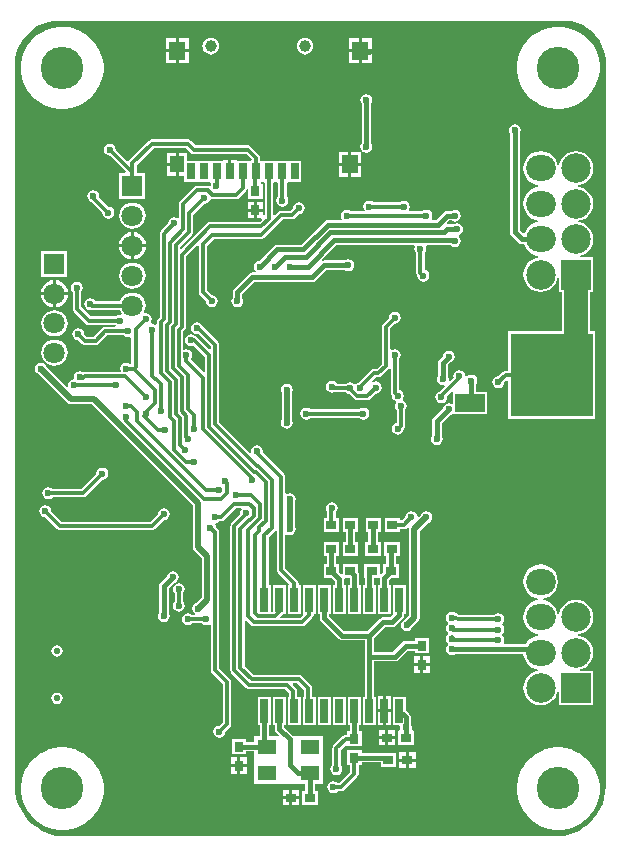
<source format=gbl>
G04 Layer_Physical_Order=2*
G04 Layer_Color=16711680*
%FSLAX25Y25*%
%MOIN*%
G70*
G01*
G75*
%ADD10R,0.03543X0.03150*%
%ADD11R,0.03150X0.03543*%
%ADD17R,0.02559X0.07874*%
%ADD20C,0.03937*%
%ADD21R,0.06299X0.04921*%
%ADD32C,0.01181*%
%ADD33C,0.01575*%
%ADD35C,0.01969*%
%ADD36C,0.07874*%
%ADD38C,0.07087*%
%ADD39R,0.07087X0.07087*%
%ADD40C,0.02165*%
%ADD41C,0.14173*%
%ADD42R,0.09843X0.09843*%
%ADD43C,0.09843*%
%ADD44O,0.09843X0.08661*%
%ADD45O,0.09843X0.08661*%
%ADD46C,0.02362*%
%ADD47R,0.09843X0.05906*%
%ADD48R,0.27559X0.27559*%
%ADD49R,0.05512X0.06299*%
%ADD50R,0.02756X0.05512*%
%ADD51R,0.04724X0.05512*%
G36*
X382616Y468270D02*
X384362Y467804D01*
X386031Y467113D01*
X387596Y466211D01*
X389030Y465111D01*
X390308Y463833D01*
X391407Y462400D01*
X392310Y460835D01*
X393001Y459165D01*
X393467Y457419D01*
X393702Y455628D01*
X393701Y454724D01*
X393701D01*
Y454724D01*
X393701D01*
X393701Y214567D01*
X393768Y213545D01*
X393654Y211500D01*
X393295Y209484D01*
X392694Y207525D01*
X391861Y205654D01*
X390808Y203898D01*
X389550Y202281D01*
X388107Y200828D01*
X386498Y199560D01*
X384748Y198495D01*
X382882Y197650D01*
X380928Y197037D01*
X379921Y196850D01*
X379921Y196850D01*
Y196850D01*
X210630D01*
X209623Y197037D01*
X207669Y197650D01*
X205803Y198495D01*
X204053Y199560D01*
X202445Y200828D01*
X201001Y202281D01*
X199743Y203898D01*
X198690Y205654D01*
X197857Y207526D01*
X197257Y209484D01*
X196897Y211500D01*
X196783Y213545D01*
X196850Y214567D01*
X196850D01*
X196850Y452756D01*
X196786Y453724D01*
X196911Y455659D01*
X197287Y457562D01*
X197908Y459399D01*
X198764Y461140D01*
X199840Y462754D01*
X201117Y464214D01*
X202574Y465494D01*
X204186Y466573D01*
X205924Y467433D01*
X207760Y468059D01*
X209662Y468439D01*
X210630Y468504D01*
Y468504D01*
X301181Y468504D01*
X379921D01*
X380825Y468505D01*
X382616Y468270D01*
D02*
G37*
%LPC*%
G36*
X332000Y253350D02*
X329925D01*
Y251079D01*
X332000D01*
Y253350D01*
D02*
G37*
G36*
X210874Y244533D02*
X210144Y244388D01*
X209526Y243974D01*
X209112Y243356D01*
X208967Y242626D01*
X209112Y241896D01*
X209526Y241278D01*
X210144Y240864D01*
X210874Y240719D01*
X211604Y240864D01*
X212222Y241278D01*
X212636Y241896D01*
X212781Y242626D01*
X212636Y243356D01*
X212222Y243974D01*
X211604Y244388D01*
X210874Y244533D01*
D02*
G37*
G36*
X335075Y253350D02*
X333000D01*
Y251079D01*
X335075D01*
Y253350D01*
D02*
G37*
G36*
Y256622D02*
X333000D01*
Y254350D01*
X335075D01*
Y256622D01*
D02*
G37*
G36*
X332000D02*
X329925D01*
Y254350D01*
X332000D01*
Y256622D01*
D02*
G37*
G36*
X322280Y243433D02*
X320500D01*
Y238996D01*
X322280D01*
Y243433D01*
D02*
G37*
G36*
Y237996D02*
X320500D01*
Y233559D01*
X322280D01*
Y237996D01*
D02*
G37*
G36*
X319500D02*
X317721D01*
Y233559D01*
X319500D01*
Y237996D01*
D02*
G37*
G36*
X302067Y243220D02*
X297933D01*
Y233772D01*
X302067D01*
Y243220D01*
D02*
G37*
G36*
X319500Y243433D02*
X317721D01*
Y238996D01*
X319500D01*
Y243433D01*
D02*
G37*
G36*
X307067Y243220D02*
X302933D01*
Y233772D01*
X307067D01*
Y243220D01*
D02*
G37*
G36*
X311209Y302862D02*
X306091D01*
Y298138D01*
X307044D01*
Y294862D01*
X306091D01*
Y290138D01*
X311209D01*
Y294862D01*
X310255D01*
Y298138D01*
X311209D01*
Y302862D01*
D02*
G37*
G36*
X325059Y294862D02*
X319941D01*
Y290138D01*
X320544D01*
Y287362D01*
X319591D01*
Y284712D01*
X318909Y284031D01*
X318722Y284054D01*
X318409Y284205D01*
Y287362D01*
X313291D01*
Y282638D01*
X313394D01*
Y280228D01*
X312933D01*
Y270779D01*
X317067D01*
Y280228D01*
X316606D01*
Y282638D01*
X318394Y282638D01*
X318394Y282433D01*
Y280228D01*
X317933D01*
Y270779D01*
X322067D01*
Y280228D01*
X321606D01*
Y282185D01*
X322058Y282638D01*
X324709D01*
Y287362D01*
X323755D01*
Y290138D01*
X325059D01*
Y294862D01*
D02*
G37*
G36*
X318909Y302862D02*
X313791D01*
Y298138D01*
X314595D01*
Y294862D01*
X313642D01*
Y290138D01*
X318760D01*
Y294862D01*
X317806D01*
Y298138D01*
X318909D01*
Y302862D01*
D02*
G37*
G36*
X207000Y307007D02*
X206232Y306854D01*
X205581Y306419D01*
X205146Y305768D01*
X204993Y305000D01*
X205146Y304232D01*
X205581Y303581D01*
X206232Y303146D01*
X207000Y302993D01*
X207017Y302996D01*
X211006Y299007D01*
X211462Y298702D01*
X212000Y298595D01*
X242484D01*
X243022Y298702D01*
X243478Y299007D01*
X246467Y301996D01*
X246484Y301993D01*
X247252Y302146D01*
X247903Y302581D01*
X248339Y303232D01*
X248491Y304000D01*
X248339Y304768D01*
X247903Y305419D01*
X247252Y305854D01*
X246484Y306007D01*
X245716Y305854D01*
X245065Y305419D01*
X244630Y304768D01*
X244477Y304000D01*
X244480Y303983D01*
X241902Y301405D01*
X212582D01*
X209004Y304983D01*
X209007Y305000D01*
X208854Y305768D01*
X208419Y306419D01*
X207768Y306854D01*
X207000Y307007D01*
D02*
G37*
G36*
X302500Y308007D02*
X301732Y307854D01*
X301081Y307419D01*
X300646Y306768D01*
X300493Y306000D01*
X300646Y305232D01*
X300945Y304783D01*
Y302862D01*
X299791D01*
Y298138D01*
X304909D01*
Y302862D01*
X303755D01*
Y304471D01*
X303919Y304581D01*
X304354Y305232D01*
X304507Y306000D01*
X304354Y306768D01*
X303919Y307419D01*
X303268Y307854D01*
X302500Y308007D01*
D02*
G37*
G36*
X251500Y281007D02*
X250732Y280854D01*
X250081Y280419D01*
X249646Y279768D01*
X249493Y279000D01*
X249646Y278232D01*
X250081Y277581D01*
X250095Y277571D01*
Y274929D01*
X250081Y274919D01*
X249646Y274268D01*
X249493Y273500D01*
X249646Y272732D01*
X250081Y272081D01*
X250732Y271646D01*
X251500Y271493D01*
X252268Y271646D01*
X252919Y272081D01*
X253354Y272732D01*
X253507Y273500D01*
X253354Y274268D01*
X252919Y274919D01*
X252905Y274929D01*
Y277571D01*
X252919Y277581D01*
X253354Y278232D01*
X253507Y279000D01*
X253354Y279768D01*
X252919Y280419D01*
X252268Y280854D01*
X251500Y281007D01*
D02*
G37*
G36*
X372047Y287254D02*
X370557Y287058D01*
X369168Y286483D01*
X367976Y285567D01*
X367061Y284375D01*
X366486Y282986D01*
X366289Y281496D01*
X366486Y280006D01*
X367061Y278617D01*
X367976Y277425D01*
X369168Y276510D01*
X370557Y275934D01*
X371253Y275843D01*
Y275338D01*
X370557Y275247D01*
X369168Y274672D01*
X367976Y273757D01*
X367061Y272564D01*
X366486Y271175D01*
X366289Y269685D01*
X366486Y268195D01*
X367061Y266806D01*
X367976Y265614D01*
X369168Y264699D01*
X370557Y264123D01*
X371253Y264032D01*
Y263527D01*
X370557Y263436D01*
X369168Y262860D01*
X367976Y261946D01*
X367061Y260753D01*
X367000Y260606D01*
X359966D01*
X359731Y261047D01*
X359854Y261232D01*
X360007Y262000D01*
X359854Y262768D01*
X359419Y263419D01*
X359298Y263500D01*
Y264000D01*
X359419Y264081D01*
X359854Y264732D01*
X360007Y265500D01*
X359854Y266268D01*
X359419Y266919D01*
X359298Y267000D01*
Y267500D01*
X359419Y267581D01*
X359854Y268232D01*
X360007Y269000D01*
X359854Y269768D01*
X359419Y270419D01*
X358768Y270854D01*
X358000Y271007D01*
X357232Y270854D01*
X356581Y270419D01*
X356571Y270405D01*
X345082D01*
X344993Y270493D01*
X344538Y270798D01*
X344000Y270905D01*
X343929D01*
X343919Y270919D01*
X343268Y271354D01*
X342500Y271507D01*
X341732Y271354D01*
X341081Y270919D01*
X340646Y270268D01*
X340493Y269500D01*
X340646Y268732D01*
X341081Y268081D01*
X341202Y268000D01*
Y267500D01*
X341081Y267419D01*
X340646Y266768D01*
X340493Y266000D01*
X340646Y265232D01*
X341081Y264581D01*
X341202Y264500D01*
Y264000D01*
X341081Y263919D01*
X340646Y263268D01*
X340493Y262500D01*
X340646Y261732D01*
X341081Y261081D01*
X341202Y261000D01*
Y260500D01*
X341081Y260419D01*
X340646Y259768D01*
X340493Y259000D01*
X340646Y258232D01*
X341081Y257581D01*
X341732Y257146D01*
X342500Y256993D01*
X343268Y257146D01*
X343640Y257394D01*
X366353D01*
X366486Y256384D01*
X367061Y254995D01*
X367976Y253803D01*
X369168Y252888D01*
X370557Y252312D01*
X371253Y252221D01*
Y251716D01*
X370557Y251625D01*
X369168Y251049D01*
X367976Y250134D01*
X367061Y248942D01*
X366486Y247553D01*
X366289Y246063D01*
X366486Y244573D01*
X367061Y243184D01*
X367976Y241991D01*
X369168Y241076D01*
X370557Y240501D01*
X372047Y240305D01*
X373537Y240501D01*
X374926Y241076D01*
X376119Y241991D01*
X377034Y243184D01*
X377609Y244573D01*
X377650Y244881D01*
X378150Y244849D01*
Y240354D01*
X389567D01*
Y251772D01*
X385073D01*
X385040Y252272D01*
X385349Y252312D01*
X386737Y252888D01*
X387930Y253803D01*
X388845Y254995D01*
X389420Y256384D01*
X389616Y257874D01*
X389420Y259364D01*
X388845Y260753D01*
X387930Y261946D01*
X386737Y262860D01*
X385349Y263436D01*
X384652Y263527D01*
Y264032D01*
X385349Y264123D01*
X386737Y264699D01*
X387930Y265614D01*
X388845Y266806D01*
X389420Y268195D01*
X389616Y269685D01*
X389420Y271175D01*
X388845Y272564D01*
X387930Y273757D01*
X386737Y274672D01*
X385349Y275247D01*
X383858Y275443D01*
X382368Y275247D01*
X380979Y274672D01*
X379787Y273757D01*
X378872Y272564D01*
X378296Y271175D01*
X378205Y270479D01*
X377701D01*
X377609Y271175D01*
X377034Y272564D01*
X376119Y273757D01*
X374926Y274672D01*
X373537Y275247D01*
X372842Y275338D01*
Y275843D01*
X373537Y275934D01*
X374926Y276510D01*
X376119Y277425D01*
X377034Y278617D01*
X377609Y280006D01*
X377805Y281496D01*
X377609Y282986D01*
X377034Y284375D01*
X376119Y285567D01*
X374926Y286483D01*
X373537Y287058D01*
X372047Y287254D01*
D02*
G37*
G36*
X210874Y260281D02*
X210144Y260136D01*
X209526Y259722D01*
X209112Y259104D01*
X208967Y258374D01*
X209112Y257644D01*
X209526Y257026D01*
X210144Y256612D01*
X210874Y256467D01*
X211604Y256612D01*
X212222Y257026D01*
X212636Y257644D01*
X212781Y258374D01*
X212636Y259104D01*
X212222Y259722D01*
X211604Y260136D01*
X210874Y260281D01*
D02*
G37*
G36*
X249500Y285007D02*
X248732Y284854D01*
X248081Y284419D01*
X247646Y283768D01*
X247558Y283329D01*
X245365Y281135D01*
X245017Y280614D01*
X244894Y280000D01*
X244894Y280000D01*
Y271140D01*
X244646Y270768D01*
X244493Y270000D01*
X244646Y269232D01*
X245081Y268581D01*
X245732Y268146D01*
X246500Y267993D01*
X247268Y268146D01*
X247919Y268581D01*
X248354Y269232D01*
X248507Y270000D01*
X248354Y270768D01*
X248106Y271140D01*
Y279335D01*
X249829Y281058D01*
X250268Y281146D01*
X250919Y281581D01*
X251354Y282232D01*
X251507Y283000D01*
X251354Y283768D01*
X250919Y284419D01*
X250268Y284854D01*
X249500Y285007D01*
D02*
G37*
G36*
X327067Y280228D02*
X322933D01*
Y270780D01*
X322933Y270779D01*
X322933D01*
X322644Y270415D01*
X321835Y269606D01*
X319500D01*
X318885Y269483D01*
X318365Y269135D01*
X314335Y265106D01*
X306665D01*
X301606Y270165D01*
Y270779D01*
X302067D01*
Y280228D01*
X297933D01*
Y270779D01*
X298394D01*
Y269500D01*
X298394Y269500D01*
X298517Y268885D01*
X298865Y268365D01*
X304865Y262365D01*
X305385Y262017D01*
X306000Y261894D01*
X313394D01*
Y256500D01*
Y243220D01*
X312933D01*
Y233772D01*
X317067D01*
Y243220D01*
X316606D01*
Y254894D01*
X323500D01*
X323500Y254894D01*
X324114Y255017D01*
X324635Y255365D01*
X327815Y258544D01*
X330138D01*
Y257591D01*
X334862D01*
Y262709D01*
X330138D01*
Y261755D01*
X327150D01*
X327150Y261755D01*
X326535Y261633D01*
X326014Y261285D01*
X326014Y261285D01*
X322835Y258106D01*
X316606D01*
Y262835D01*
X320165Y266394D01*
X322500D01*
X322500Y266394D01*
X323114Y266517D01*
X323635Y266865D01*
X326135Y269365D01*
X326135Y269365D01*
X326483Y269885D01*
X326606Y270500D01*
Y270779D01*
X327067D01*
Y280228D01*
D02*
G37*
G36*
X304909Y294862D02*
X299791D01*
Y290138D01*
X300745D01*
Y287362D01*
X299791D01*
Y282638D01*
X302442D01*
X303394Y281685D01*
Y280228D01*
X302933D01*
Y270779D01*
X307067D01*
Y280228D01*
X306606D01*
Y282350D01*
X306841Y282638D01*
X308394D01*
Y280228D01*
X307933D01*
Y270779D01*
X312067D01*
Y280228D01*
X311606D01*
Y283649D01*
X311606Y283650D01*
X311483Y284264D01*
X311209Y284675D01*
Y287362D01*
X306091D01*
Y284184D01*
X305629Y283993D01*
X304909Y284712D01*
Y287362D01*
X303956D01*
Y290138D01*
X304909D01*
Y294862D01*
D02*
G37*
G36*
X274075Y219701D02*
X272000D01*
Y217429D01*
X274075D01*
Y219701D01*
D02*
G37*
G36*
X271000D02*
X268925D01*
Y217429D01*
X271000D01*
Y219701D01*
D02*
G37*
G36*
X327150Y221500D02*
X324878D01*
Y219425D01*
X327150D01*
Y221500D01*
D02*
G37*
G36*
X312362Y225409D02*
X307638D01*
Y220291D01*
X308595D01*
Y218082D01*
X304918Y214405D01*
X304429D01*
X304419Y214419D01*
X303768Y214854D01*
X303000Y215007D01*
X302232Y214854D01*
X301581Y214419D01*
X301146Y213768D01*
X300993Y213000D01*
X301146Y212232D01*
X301581Y211581D01*
X302232Y211146D01*
X303000Y210993D01*
X303768Y211146D01*
X304419Y211581D01*
X304429Y211595D01*
X305500D01*
X306038Y211702D01*
X306493Y212007D01*
X310993Y216507D01*
X311298Y216962D01*
X311405Y217500D01*
X311405Y217500D01*
Y220291D01*
X312362D01*
Y221245D01*
X318791D01*
Y219638D01*
X323909D01*
Y224362D01*
X320972D01*
X320500Y224456D01*
X320500Y224456D01*
X312362D01*
Y225409D01*
D02*
G37*
G36*
X330421Y221500D02*
X328150D01*
Y219425D01*
X330421D01*
Y221500D01*
D02*
G37*
G36*
X291622Y212075D02*
X289350D01*
Y210000D01*
X291622D01*
Y212075D01*
D02*
G37*
G36*
X377953Y226378D02*
X377056Y226357D01*
X375282Y226087D01*
X373556Y225595D01*
X371906Y224888D01*
X370359Y223979D01*
X368940Y222881D01*
X367671Y221611D01*
X366572Y220192D01*
X365663Y218645D01*
X364956Y216996D01*
X364464Y215270D01*
X364195Y213495D01*
X364173Y212598D01*
Y211514D01*
X364512Y209372D01*
X365183Y207309D01*
X366167Y205376D01*
X367442Y203622D01*
X368976Y202088D01*
X370731Y200813D01*
X372663Y199828D01*
X374726Y199158D01*
X376868Y198819D01*
X379037D01*
X381179Y199158D01*
X383242Y199828D01*
X385175Y200813D01*
X386929Y202088D01*
X388463Y203622D01*
X389738Y205376D01*
X390723Y207309D01*
X391393Y209372D01*
X391732Y211514D01*
Y212598D01*
X391732Y212598D01*
X391732Y212598D01*
X391711Y213495D01*
X391441Y215270D01*
X390949Y216996D01*
X390243Y218645D01*
X389333Y220192D01*
X388235Y221611D01*
X386966Y222881D01*
X385546Y223979D01*
X383999Y224888D01*
X382350Y225595D01*
X380624Y226087D01*
X378850Y226357D01*
X377953Y226378D01*
D02*
G37*
G36*
X212598D02*
X211701Y226357D01*
X209927Y226087D01*
X208201Y225595D01*
X206552Y224888D01*
X205005Y223979D01*
X203585Y222881D01*
X202316Y221611D01*
X201218Y220192D01*
X200308Y218645D01*
X199602Y216996D01*
X199110Y215270D01*
X198840Y213495D01*
X198819Y212598D01*
Y211514D01*
X199158Y209372D01*
X199828Y207309D01*
X200813Y205376D01*
X202088Y203622D01*
X203622Y202088D01*
X205376Y200813D01*
X207309Y199828D01*
X209372Y199158D01*
X211514Y198819D01*
X213683D01*
X215825Y199158D01*
X217888Y199828D01*
X219820Y200813D01*
X221575Y202088D01*
X223109Y203622D01*
X224384Y205376D01*
X225368Y207309D01*
X226039Y209372D01*
X226378Y211514D01*
X226378Y212598D01*
X226357Y213495D01*
X226087Y215270D01*
X225595Y216996D01*
X224888Y218645D01*
X223979Y220192D01*
X222881Y221611D01*
X221611Y222881D01*
X220192Y223979D01*
X218645Y224888D01*
X216996Y225595D01*
X215270Y226087D01*
X213495Y226357D01*
X212598Y226378D01*
D02*
G37*
G36*
X288350Y209000D02*
X286079D01*
Y206925D01*
X288350D01*
Y209000D01*
D02*
G37*
G36*
Y212075D02*
X286079D01*
Y210000D01*
X288350D01*
Y212075D01*
D02*
G37*
G36*
X291622Y209000D02*
X289350D01*
Y206925D01*
X291622D01*
Y209000D01*
D02*
G37*
G36*
X327067Y243220D02*
X322933D01*
Y233772D01*
X324801D01*
X325212Y233272D01*
X325143Y232925D01*
X325255Y232362D01*
X324937Y231862D01*
X324591D01*
Y227138D01*
X329709D01*
Y231862D01*
X329362D01*
X329045Y232362D01*
X329157Y232925D01*
X329004Y233693D01*
X328755Y234065D01*
Y236350D01*
X328755Y236350D01*
X328633Y236965D01*
X328285Y237486D01*
X328285Y237486D01*
X327067Y238704D01*
Y243220D01*
D02*
G37*
G36*
X323622Y229000D02*
X321350D01*
Y226925D01*
X323622D01*
Y229000D01*
D02*
G37*
G36*
X320350Y232075D02*
X318079D01*
Y230000D01*
X320350D01*
Y232075D01*
D02*
G37*
G36*
X287067Y243220D02*
X282933D01*
Y233772D01*
X283394D01*
Y232500D01*
X283394Y232500D01*
X283517Y231886D01*
X283865Y231365D01*
X284767Y230462D01*
X284576Y230000D01*
X281606D01*
Y233772D01*
X282067D01*
Y243220D01*
X277933D01*
Y233772D01*
X278394D01*
Y230000D01*
X276500D01*
Y228106D01*
X273862D01*
Y229059D01*
X269138D01*
Y223941D01*
X273862D01*
Y224894D01*
X276500D01*
Y214000D01*
X293678D01*
Y211862D01*
X292591D01*
Y207138D01*
X297709D01*
Y211862D01*
X296889D01*
Y214000D01*
X299500D01*
Y230000D01*
X289726D01*
X289635Y230135D01*
X289635Y230135D01*
X286606Y233165D01*
Y233772D01*
X287067D01*
Y243220D01*
D02*
G37*
G36*
X323622Y232075D02*
X321350D01*
Y230000D01*
X323622D01*
Y232075D01*
D02*
G37*
G36*
X320350Y229000D02*
X318079D01*
Y226925D01*
X320350D01*
Y229000D01*
D02*
G37*
G36*
X274075Y222972D02*
X272000D01*
Y220701D01*
X274075D01*
Y222972D01*
D02*
G37*
G36*
X271000D02*
X268925D01*
Y220701D01*
X271000D01*
Y222972D01*
D02*
G37*
G36*
X327150Y224575D02*
X324878D01*
Y222500D01*
X327150D01*
Y224575D01*
D02*
G37*
G36*
X312067Y243220D02*
X307933D01*
Y233772D01*
X308394D01*
Y231709D01*
X307638D01*
Y230555D01*
X307150D01*
X306612Y230448D01*
X306156Y230143D01*
X303007Y226993D01*
X302702Y226538D01*
X302595Y226000D01*
Y220429D01*
X302581Y220419D01*
X302146Y219768D01*
X301993Y219000D01*
X302146Y218232D01*
X302581Y217581D01*
X303232Y217146D01*
X304000Y216993D01*
X304768Y217146D01*
X305419Y217581D01*
X305854Y218232D01*
X306007Y219000D01*
X305854Y219768D01*
X305419Y220419D01*
X305405Y220429D01*
Y225418D01*
X307176Y227189D01*
X307638Y226998D01*
Y226591D01*
X312362D01*
Y231709D01*
X311606D01*
Y233772D01*
X312067D01*
Y243220D01*
D02*
G37*
G36*
X330421Y224575D02*
X328150D01*
Y222500D01*
X330421D01*
Y224575D01*
D02*
G37*
G36*
X250480Y420130D02*
X247618D01*
Y416874D01*
X250480D01*
Y420130D01*
D02*
G37*
G36*
X312216D02*
X308961D01*
Y416480D01*
X312216D01*
Y420130D01*
D02*
G37*
G36*
X250480Y424386D02*
X247618D01*
Y421130D01*
X250480D01*
Y424386D01*
D02*
G37*
G36*
X254500Y428905D02*
X242500D01*
X241962Y428798D01*
X241507Y428493D01*
X235007Y421993D01*
X234884Y421810D01*
X234267Y421720D01*
X230504Y425483D01*
X230507Y425500D01*
X230354Y426268D01*
X229919Y426919D01*
X229268Y427354D01*
X228500Y427507D01*
X227732Y427354D01*
X227081Y426919D01*
X226646Y426268D01*
X226493Y425500D01*
X226646Y424732D01*
X227081Y424081D01*
X227732Y423646D01*
X228500Y423493D01*
X228517Y423496D01*
X233720Y418293D01*
X233529Y417831D01*
X231669D01*
Y409169D01*
X240331D01*
Y417831D01*
X237405D01*
Y420418D01*
X243082Y426095D01*
X253918D01*
X255507Y424507D01*
X255962Y424202D01*
X256500Y424095D01*
X273918D01*
X275702Y422311D01*
X275625Y421811D01*
X274996Y421811D01*
X274496Y421811D01*
X270878D01*
Y422024D01*
X269000D01*
Y418268D01*
X268000D01*
Y422024D01*
X266122D01*
Y421811D01*
X262504D01*
X262004Y421811D01*
X261504Y421811D01*
X258173D01*
X257673Y421811D01*
X257173Y421811D01*
X254343D01*
Y424386D01*
X251480D01*
Y420630D01*
Y416874D01*
X253343D01*
Y414724D01*
X257173D01*
X257673Y414724D01*
X258173Y414724D01*
X261849Y414724D01*
X262122Y414342D01*
X262137Y414224D01*
X262027Y413671D01*
X261785Y413494D01*
X261614Y413402D01*
X261508Y413375D01*
X261060Y413464D01*
X257559D01*
X257021Y413357D01*
X256566Y413053D01*
X251975Y408462D01*
X251671Y408006D01*
X251564Y407469D01*
Y402924D01*
X251063Y402657D01*
X250768Y402854D01*
X250000Y403007D01*
X249232Y402854D01*
X248581Y402419D01*
X248146Y401768D01*
X247993Y401000D01*
X247996Y400983D01*
X245507Y398493D01*
X245202Y398038D01*
X245095Y397500D01*
Y369582D01*
X244507Y368993D01*
X244202Y368538D01*
X244095Y368000D01*
Y367403D01*
X243595Y367136D01*
X243268Y367354D01*
X242500Y367507D01*
X242467Y367500D01*
X242166Y367951D01*
X242354Y368232D01*
X242507Y369000D01*
X242354Y369768D01*
X241919Y370419D01*
X241268Y370854D01*
X240500Y371007D01*
X240118Y370931D01*
X239912Y371168D01*
X239809Y371379D01*
X240219Y372370D01*
X240368Y373500D01*
X240219Y374630D01*
X239783Y375684D01*
X239089Y376589D01*
X238184Y377283D01*
X237130Y377719D01*
X236000Y377868D01*
X234870Y377719D01*
X233816Y377283D01*
X232911Y376589D01*
X232217Y375684D01*
X231894Y374905D01*
X223763D01*
X223419Y375419D01*
X222768Y375854D01*
X222000Y376007D01*
X221232Y375854D01*
X220581Y375419D01*
X220146Y374768D01*
X219993Y374000D01*
X220146Y373232D01*
X220581Y372581D01*
X221232Y372146D01*
X222000Y371993D01*
X222513Y372095D01*
X231894D01*
X232217Y371316D01*
X232527Y370912D01*
X232245Y370458D01*
X232000Y370507D01*
X231232Y370354D01*
X230581Y369919D01*
X230571Y369905D01*
X222082D01*
X218905Y373082D01*
Y378071D01*
X218919Y378081D01*
X219354Y378732D01*
X219507Y379500D01*
X219354Y380268D01*
X218919Y380919D01*
X218268Y381354D01*
X217500Y381507D01*
X216732Y381354D01*
X216081Y380919D01*
X215646Y380268D01*
X215493Y379500D01*
X215646Y378732D01*
X216081Y378081D01*
X216095Y378071D01*
Y372500D01*
X216202Y371962D01*
X216507Y371507D01*
X220507Y367507D01*
X220962Y367202D01*
X221500Y367095D01*
X230402D01*
X230573Y366905D01*
X230350Y366405D01*
X227000D01*
X226462Y366298D01*
X226007Y365993D01*
X223168Y363155D01*
X220832D01*
X220004Y363983D01*
X220007Y364000D01*
X219854Y364768D01*
X219419Y365419D01*
X218768Y365854D01*
X218000Y366007D01*
X217232Y365854D01*
X216581Y365419D01*
X216146Y364768D01*
X215993Y364000D01*
X216146Y363232D01*
X216581Y362581D01*
X217232Y362146D01*
X218000Y361993D01*
X218017Y361996D01*
X219257Y360757D01*
X219712Y360452D01*
X220250Y360345D01*
X223750D01*
X224288Y360452D01*
X224743Y360757D01*
X227582Y363595D01*
X233071D01*
X233081Y363581D01*
X233732Y363146D01*
X234500Y362993D01*
X235154Y363123D01*
X235654Y362848D01*
Y354364D01*
X235154Y354096D01*
X234768Y354354D01*
X234000Y354507D01*
X233232Y354354D01*
X232581Y353919D01*
X232146Y353268D01*
X231993Y352500D01*
X232123Y351846D01*
X231848Y351346D01*
X220059D01*
X219521Y351239D01*
X219496Y351222D01*
X219209Y351413D01*
X218441Y351566D01*
X217673Y351413D01*
X217022Y350978D01*
X216587Y350327D01*
X216434Y349559D01*
X216448Y349488D01*
X216052Y348918D01*
X215732Y348854D01*
X215081Y348419D01*
X214646Y347768D01*
X214493Y347000D01*
X214550Y346711D01*
X214089Y346465D01*
X207371Y353184D01*
X207354Y353268D01*
X206919Y353919D01*
X206268Y354354D01*
X205500Y354507D01*
X204732Y354354D01*
X204081Y353919D01*
X203646Y353268D01*
X203493Y352500D01*
X203646Y351732D01*
X204081Y351081D01*
X204732Y350646D01*
X204817Y350629D01*
X214223Y341223D01*
X214809Y340831D01*
X215500Y340694D01*
X222411D01*
X256194Y306911D01*
Y293000D01*
X256331Y292309D01*
X256723Y291723D01*
X259194Y289252D01*
Y276248D01*
X257316Y274371D01*
X257232Y274354D01*
X256581Y273919D01*
X256146Y273268D01*
X255993Y272500D01*
X256146Y271732D01*
X256581Y271081D01*
X256844Y270905D01*
X256692Y270405D01*
X255929D01*
X255919Y270419D01*
X255268Y270854D01*
X254500Y271007D01*
X253732Y270854D01*
X253081Y270419D01*
X252646Y269768D01*
X252493Y269000D01*
X252646Y268232D01*
X253081Y267581D01*
X253732Y267146D01*
X254500Y266993D01*
X255268Y267146D01*
X255919Y267581D01*
X255929Y267595D01*
X259071D01*
X259081Y267581D01*
X259732Y267146D01*
X260500Y266993D01*
X261268Y267146D01*
X261595Y267364D01*
X262095Y267097D01*
Y252000D01*
X262202Y251462D01*
X262507Y251007D01*
X266095Y247418D01*
Y234582D01*
X265017Y233504D01*
X265000Y233507D01*
X264232Y233354D01*
X263581Y232919D01*
X263146Y232268D01*
X262993Y231500D01*
X263146Y230732D01*
X263581Y230081D01*
X264232Y229646D01*
X265000Y229493D01*
X265768Y229646D01*
X266419Y230081D01*
X266854Y230732D01*
X267007Y231500D01*
X267004Y231517D01*
X268493Y233007D01*
X268798Y233462D01*
X268905Y234000D01*
Y248000D01*
X268798Y248538D01*
X268493Y248993D01*
X264905Y252582D01*
Y298000D01*
X264798Y298538D01*
X264493Y298993D01*
X264004Y299483D01*
X264007Y299500D01*
X263854Y300268D01*
X263686Y300520D01*
X263916Y301076D01*
X264268Y301146D01*
X264919Y301581D01*
X264929Y301595D01*
X265500D01*
X266038Y301702D01*
X266493Y302007D01*
X270582Y306095D01*
X272097D01*
X272364Y305595D01*
X272146Y305268D01*
X271993Y304500D01*
X272079Y304066D01*
X269007Y300993D01*
X268702Y300538D01*
X268595Y300000D01*
Y252000D01*
X268702Y251462D01*
X269007Y251007D01*
X274007Y246007D01*
X274462Y245702D01*
X275000Y245595D01*
X286918D01*
X288095Y244418D01*
Y243220D01*
X287933D01*
Y233772D01*
X292067D01*
Y243220D01*
X290905D01*
Y245000D01*
X290798Y245538D01*
X290493Y245993D01*
X289385Y247102D01*
X289577Y247564D01*
X290950D01*
X293095Y245418D01*
Y243220D01*
X292933D01*
Y233772D01*
X297067D01*
Y243220D01*
X295905D01*
Y246000D01*
X295798Y246538D01*
X295493Y246993D01*
X292525Y249962D01*
X292069Y250267D01*
X291531Y250374D01*
X276397D01*
X273374Y253397D01*
Y268432D01*
X273873Y268640D01*
X275507Y267007D01*
X275962Y266702D01*
X276500Y266595D01*
X292500D01*
X293038Y266702D01*
X293493Y267007D01*
X295993Y269507D01*
X296298Y269962D01*
X296405Y270500D01*
Y270779D01*
X297067D01*
Y280228D01*
X292933D01*
Y270779D01*
X292933D01*
X293038Y270525D01*
X291918Y269405D01*
X285545D01*
X285354Y269867D01*
X285993Y270507D01*
X286176Y270779D01*
X287067D01*
Y280228D01*
X282933D01*
Y271420D01*
X282918Y271405D01*
X282067D01*
Y280228D01*
X281405D01*
Y296418D01*
X283493Y298507D01*
X283595Y298659D01*
X284095Y298507D01*
Y285500D01*
X284202Y284962D01*
X284507Y284507D01*
X288285Y280728D01*
X288078Y280228D01*
X287933D01*
Y270779D01*
X292067D01*
Y280228D01*
X291405D01*
Y281000D01*
X291298Y281538D01*
X290993Y281993D01*
X286905Y286082D01*
Y297097D01*
X287405Y297364D01*
X287732Y297146D01*
X288500Y296993D01*
X289268Y297146D01*
X289919Y297581D01*
X290354Y298232D01*
X290507Y299000D01*
X290354Y299768D01*
X290306Y299840D01*
Y308160D01*
X290354Y308232D01*
X290507Y309000D01*
X290354Y309768D01*
X289919Y310419D01*
X289268Y310854D01*
X288500Y311007D01*
X287732Y310854D01*
X287405Y310636D01*
X286905Y310903D01*
Y316500D01*
X286798Y317038D01*
X286493Y317493D01*
X279421Y324566D01*
X279507Y325000D01*
X279354Y325768D01*
X278919Y326419D01*
X278268Y326854D01*
X277500Y327007D01*
X276732Y326854D01*
X276081Y326419D01*
X275646Y325768D01*
X275493Y325000D01*
X275567Y324627D01*
X275106Y324380D01*
X264905Y334582D01*
Y360500D01*
X264798Y361038D01*
X264493Y361493D01*
X259388Y366599D01*
X259354Y366768D01*
X258919Y367419D01*
X258268Y367854D01*
X257500Y368007D01*
X256732Y367854D01*
X256081Y367419D01*
X255646Y366768D01*
X255493Y366000D01*
X255646Y365232D01*
X256081Y364581D01*
X256732Y364146D01*
X257500Y363993D01*
X257934Y364079D01*
X262095Y359918D01*
Y359045D01*
X261633Y358854D01*
X257493Y362993D01*
X257038Y363298D01*
X256995Y363307D01*
X256919Y363419D01*
X256268Y363854D01*
X255500Y364007D01*
X254732Y363854D01*
X254081Y363419D01*
X253646Y362768D01*
X253493Y362000D01*
X253646Y361232D01*
X254081Y360581D01*
X254732Y360146D01*
X255500Y359993D01*
X256268Y360146D01*
X256328Y360186D01*
X260126Y356386D01*
Y351514D01*
X259665Y351322D01*
X255418Y355569D01*
X255419Y355581D01*
X255854Y356232D01*
X256007Y357000D01*
X255854Y357768D01*
X255419Y358419D01*
X254768Y358854D01*
X254000Y359007D01*
X253310Y358870D01*
X252810Y359103D01*
Y364972D01*
X253399Y365560D01*
X253703Y366016D01*
X253810Y366554D01*
Y366842D01*
X253842Y367000D01*
Y389855D01*
X257595Y393608D01*
X258095Y393401D01*
Y378000D01*
X258202Y377462D01*
X258507Y377007D01*
X260496Y375017D01*
X260493Y375000D01*
X260646Y374232D01*
X261081Y373581D01*
X261732Y373146D01*
X262500Y372993D01*
X263268Y373146D01*
X263919Y373581D01*
X264354Y374232D01*
X264507Y375000D01*
X264354Y375768D01*
X263919Y376419D01*
X263268Y376854D01*
X262500Y377007D01*
X262483Y377004D01*
X260905Y378582D01*
Y393418D01*
X263082Y395595D01*
X278784D01*
X279322Y395702D01*
X279777Y396007D01*
X286116Y402345D01*
X289250D01*
X289788Y402452D01*
X290243Y402757D01*
X291483Y403996D01*
X291500Y403993D01*
X292268Y404146D01*
X292919Y404581D01*
X293354Y405232D01*
X293507Y406000D01*
X293354Y406768D01*
X292919Y407419D01*
X292268Y407854D01*
X291500Y408007D01*
X290732Y407854D01*
X290081Y407419D01*
X289646Y406768D01*
X289493Y406000D01*
X289496Y405983D01*
X288668Y405155D01*
X285534D01*
X284996Y405048D01*
X284540Y404743D01*
X283359Y403562D01*
X282897Y403753D01*
Y414371D01*
X283251Y414724D01*
X283658Y414724D01*
X284242Y414724D01*
X284595Y414371D01*
Y409929D01*
X284581Y409919D01*
X284146Y409268D01*
X283993Y408500D01*
X284146Y407732D01*
X284581Y407081D01*
X285232Y406646D01*
X286000Y406493D01*
X286768Y406646D01*
X287419Y407081D01*
X287854Y407732D01*
X288007Y408500D01*
X287854Y409268D01*
X287419Y409919D01*
X287405Y409929D01*
Y414371D01*
X287758Y414724D01*
X287988D01*
X288488Y414724D01*
X292319D01*
Y421811D01*
X288488D01*
X287988Y421811D01*
X287488Y421811D01*
X284157D01*
X283658Y421811D01*
X283157Y421811D01*
X279827D01*
X279327Y421811D01*
X278920Y421811D01*
X278566Y422165D01*
Y422839D01*
X278459Y423376D01*
X278155Y423832D01*
X275493Y426494D01*
X275038Y426798D01*
X274500Y426905D01*
X257082D01*
X255493Y428493D01*
X255038Y428798D01*
X254500Y428905D01*
D02*
G37*
G36*
X307961Y424780D02*
X304705D01*
Y421130D01*
X307961D01*
Y424780D01*
D02*
G37*
G36*
X315760Y462575D02*
X312504D01*
Y458925D01*
X315760D01*
Y462575D01*
D02*
G37*
G36*
X254736D02*
X251480D01*
Y458925D01*
X254736D01*
Y462575D01*
D02*
G37*
G36*
X311504D02*
X308248D01*
Y458925D01*
X311504D01*
Y462575D01*
D02*
G37*
G36*
X307961Y420130D02*
X304705D01*
Y416480D01*
X307961D01*
Y420130D01*
D02*
G37*
G36*
X326500Y408507D02*
X325732Y408354D01*
X325081Y407919D01*
X325071Y407905D01*
X316429D01*
X316419Y407919D01*
X315768Y408354D01*
X315000Y408507D01*
X314232Y408354D01*
X313581Y407919D01*
X313146Y407268D01*
X312993Y406500D01*
X313146Y405732D01*
X313364Y405405D01*
X313097Y404905D01*
X308929D01*
X308919Y404919D01*
X308268Y405354D01*
X307500Y405507D01*
X306732Y405354D01*
X306081Y404919D01*
X305646Y404268D01*
X305493Y403500D01*
X305646Y402732D01*
X305769Y402547D01*
X305534Y402106D01*
X301159D01*
X300545Y401983D01*
X300024Y401635D01*
X300024Y401635D01*
X292244Y393856D01*
X284250D01*
X284250Y393856D01*
X283635Y393733D01*
X283115Y393385D01*
X283115Y393385D01*
X278171Y388442D01*
X277732Y388354D01*
X277081Y387919D01*
X276646Y387268D01*
X276493Y386500D01*
X276646Y385732D01*
X277064Y385106D01*
X277035Y384966D01*
X276892Y384606D01*
X276000D01*
X275385Y384483D01*
X274865Y384135D01*
X274865Y384135D01*
X269865Y379135D01*
X269517Y378614D01*
X269394Y378000D01*
X269394Y378000D01*
Y376140D01*
X269146Y375768D01*
X268993Y375000D01*
X269146Y374232D01*
X269581Y373581D01*
X270232Y373146D01*
X271000Y372993D01*
X271768Y373146D01*
X272419Y373581D01*
X272854Y374232D01*
X273007Y375000D01*
X272854Y375768D01*
X272606Y376140D01*
Y377335D01*
X276665Y381394D01*
X296000D01*
X296000Y381394D01*
X296615Y381517D01*
X297135Y381865D01*
X300665Y385394D01*
X306860D01*
X307232Y385146D01*
X308000Y384993D01*
X308768Y385146D01*
X309419Y385581D01*
X309854Y386232D01*
X310007Y387000D01*
X309854Y387768D01*
X309419Y388419D01*
X308768Y388854D01*
X308000Y389007D01*
X307232Y388854D01*
X306860Y388606D01*
X300000D01*
X299480Y388502D01*
X299249Y388776D01*
X299185Y388915D01*
X303921Y393650D01*
X329845D01*
X330122Y393150D01*
X329993Y392500D01*
X330146Y391732D01*
X330581Y391081D01*
X330595Y391071D01*
Y384500D01*
X330702Y383962D01*
X330997Y383521D01*
X330993Y383500D01*
X331146Y382732D01*
X331581Y382081D01*
X332232Y381646D01*
X333000Y381493D01*
X333768Y381646D01*
X334419Y382081D01*
X334854Y382732D01*
X335007Y383500D01*
X334854Y384268D01*
X334419Y384919D01*
X333768Y385354D01*
X333405Y385426D01*
Y391071D01*
X333419Y391081D01*
X333854Y391732D01*
X334007Y392500D01*
X333878Y393150D01*
X334155Y393650D01*
X342034D01*
X342081Y393581D01*
X342732Y393146D01*
X343500Y392993D01*
X344268Y393146D01*
X344919Y393581D01*
X345354Y394232D01*
X345507Y395000D01*
X345354Y395768D01*
X344919Y396419D01*
X344692Y396571D01*
X344798Y397102D01*
X345018Y397146D01*
X345669Y397581D01*
X346104Y398232D01*
X346257Y399000D01*
X346104Y399768D01*
X345669Y400419D01*
X345018Y400854D01*
X344250Y401007D01*
X343482Y400854D01*
X343110Y400606D01*
X341084D01*
X340941Y400805D01*
X340858Y401087D01*
X341665Y401894D01*
X342360D01*
X342732Y401646D01*
X343500Y401493D01*
X344268Y401646D01*
X344919Y402081D01*
X345354Y402732D01*
X345507Y403500D01*
X345354Y404268D01*
X344919Y404919D01*
X344268Y405354D01*
X343500Y405507D01*
X342732Y405354D01*
X342360Y405106D01*
X341000D01*
X341000Y405106D01*
X340386Y404983D01*
X339865Y404635D01*
X337335Y402106D01*
X335966D01*
X335731Y402547D01*
X335854Y402732D01*
X336007Y403500D01*
X335854Y404268D01*
X335419Y404919D01*
X334768Y405354D01*
X334000Y405507D01*
X333232Y405354D01*
X332581Y404919D01*
X332571Y404905D01*
X328403D01*
X328136Y405405D01*
X328354Y405732D01*
X328507Y406500D01*
X328354Y407268D01*
X327919Y407919D01*
X327268Y408354D01*
X326500Y408507D01*
D02*
G37*
G36*
X315760Y457925D02*
X312504D01*
Y454276D01*
X315760D01*
Y457925D01*
D02*
G37*
G36*
X311504D02*
X308248D01*
Y454276D01*
X311504D01*
Y457925D01*
D02*
G37*
G36*
X262083Y462780D02*
X261363Y462685D01*
X260693Y462407D01*
X260117Y461966D01*
X259675Y461390D01*
X259398Y460719D01*
X259303Y460000D01*
X259398Y459281D01*
X259675Y458610D01*
X260117Y458035D01*
X260693Y457593D01*
X261363Y457315D01*
X262083Y457220D01*
X262802Y457315D01*
X263473Y457593D01*
X264048Y458035D01*
X264490Y458610D01*
X264768Y459281D01*
X264862Y460000D01*
X264768Y460719D01*
X264490Y461390D01*
X264048Y461966D01*
X263473Y462407D01*
X262802Y462685D01*
X262083Y462780D01*
D02*
G37*
G36*
X250480Y462575D02*
X247224D01*
Y458925D01*
X250480D01*
Y462575D01*
D02*
G37*
G36*
X293500Y462780D02*
X292781Y462685D01*
X292110Y462407D01*
X291534Y461966D01*
X291093Y461390D01*
X290815Y460719D01*
X290720Y460000D01*
X290815Y459281D01*
X291093Y458610D01*
X291534Y458035D01*
X292110Y457593D01*
X292781Y457315D01*
X293500Y457220D01*
X294219Y457315D01*
X294890Y457593D01*
X295465Y458035D01*
X295907Y458610D01*
X296185Y459281D01*
X296280Y460000D01*
X296185Y460719D01*
X295907Y461390D01*
X295465Y461966D01*
X294890Y462407D01*
X294219Y462685D01*
X293500Y462780D01*
D02*
G37*
G36*
X212598Y466535D02*
X212598Y466535D01*
X211514D01*
X209372Y466196D01*
X207309Y465526D01*
X205376Y464541D01*
X203622Y463266D01*
X202088Y461733D01*
X200813Y459978D01*
X199828Y458045D01*
X199158Y455983D01*
X198819Y453840D01*
Y451671D01*
X199158Y449529D01*
X199828Y447466D01*
X200813Y445534D01*
X202088Y443779D01*
X203622Y442245D01*
X205376Y440971D01*
X207309Y439986D01*
X209372Y439316D01*
X211514Y438976D01*
X212598D01*
X213495Y438998D01*
X215270Y439267D01*
X216996Y439759D01*
X218645Y440466D01*
X220192Y441376D01*
X221611Y442474D01*
X222881Y443743D01*
X223979Y445162D01*
X224888Y446709D01*
X225595Y448359D01*
X226087Y450085D01*
X226357Y451859D01*
X226378Y452756D01*
X226357Y453653D01*
X226087Y455427D01*
X225595Y457153D01*
X224888Y458803D01*
X223979Y460350D01*
X222881Y461769D01*
X221611Y463038D01*
X220192Y464136D01*
X218645Y465046D01*
X216996Y465752D01*
X215270Y466244D01*
X213495Y466514D01*
X212598Y466535D01*
X212598Y466535D01*
D02*
G37*
G36*
X314000Y444007D02*
X313232Y443854D01*
X312581Y443419D01*
X312146Y442768D01*
X311993Y442000D01*
X312146Y441232D01*
X312394Y440860D01*
Y427640D01*
X312146Y427268D01*
X311993Y426500D01*
X312146Y425732D01*
X312537Y425147D01*
X312200Y424780D01*
X311727Y424780D01*
X311727Y424780D01*
X311721Y424780D01*
X308961D01*
Y421130D01*
X312216D01*
Y424282D01*
X312217Y424769D01*
X312581Y425081D01*
X313232Y424646D01*
X314000Y424493D01*
X314768Y424646D01*
X315419Y425081D01*
X315854Y425732D01*
X316007Y426500D01*
X315854Y427268D01*
X315606Y427640D01*
Y440860D01*
X315854Y441232D01*
X316007Y442000D01*
X315854Y442768D01*
X315419Y443419D01*
X314768Y443854D01*
X314000Y444007D01*
D02*
G37*
G36*
X379037Y466535D02*
X376868D01*
X374726Y466196D01*
X372663Y465526D01*
X370731Y464541D01*
X368976Y463266D01*
X367442Y461733D01*
X366167Y459978D01*
X365183Y458045D01*
X364512Y455983D01*
X364173Y453840D01*
Y452756D01*
X364195Y451859D01*
X364464Y450085D01*
X364956Y448359D01*
X365663Y446709D01*
X366572Y445162D01*
X367671Y443743D01*
X368940Y442474D01*
X370359Y441376D01*
X371906Y440466D01*
X373556Y439759D01*
X375282Y439267D01*
X377056Y438998D01*
X377953Y438976D01*
X378850Y438998D01*
X380624Y439267D01*
X382350Y439759D01*
X383999Y440466D01*
X385546Y441376D01*
X386966Y442474D01*
X388235Y443743D01*
X389333Y445162D01*
X390243Y446709D01*
X390949Y448359D01*
X391441Y450085D01*
X391711Y451859D01*
X391732Y452756D01*
X391732D01*
Y453840D01*
X391393Y455983D01*
X390723Y458045D01*
X389738Y459978D01*
X388463Y461733D01*
X386929Y463266D01*
X385175Y464541D01*
X383242Y465526D01*
X381179Y466196D01*
X379037Y466535D01*
D02*
G37*
G36*
X254736Y457925D02*
X251480D01*
Y454276D01*
X254736D01*
Y457925D01*
D02*
G37*
G36*
X250480D02*
X247224D01*
Y454276D01*
X250480D01*
Y457925D01*
D02*
G37*
G36*
X223000Y412007D02*
X222232Y411854D01*
X221581Y411419D01*
X221146Y410768D01*
X220993Y410000D01*
X221146Y409232D01*
X221581Y408581D01*
X222232Y408146D01*
X222401Y408112D01*
X225996Y404517D01*
X225993Y404500D01*
X226146Y403732D01*
X226581Y403081D01*
X227232Y402646D01*
X228000Y402493D01*
X228768Y402646D01*
X229419Y403081D01*
X229854Y403732D01*
X230007Y404500D01*
X229854Y405268D01*
X229419Y405919D01*
X228768Y406354D01*
X228000Y406507D01*
X227983Y406504D01*
X224921Y409566D01*
X225007Y410000D01*
X224854Y410768D01*
X224419Y411419D01*
X223768Y411854D01*
X223000Y412007D01*
D02*
G37*
G36*
X210000Y362183D02*
X208870Y362034D01*
X207816Y361598D01*
X206911Y360904D01*
X206217Y359999D01*
X205781Y358945D01*
X205632Y357815D01*
X205781Y356684D01*
X206217Y355631D01*
X206911Y354726D01*
X207816Y354032D01*
X208870Y353596D01*
X210000Y353447D01*
X211130Y353596D01*
X212184Y354032D01*
X213089Y354726D01*
X213783Y355631D01*
X214219Y356684D01*
X214368Y357815D01*
X214219Y358945D01*
X213783Y359999D01*
X213089Y360904D01*
X212184Y361598D01*
X211130Y362034D01*
X210000Y362183D01*
D02*
G37*
G36*
X363500Y434007D02*
X362732Y433854D01*
X362081Y433419D01*
X361646Y432768D01*
X361493Y432000D01*
X361646Y431232D01*
X361894Y430860D01*
Y398000D01*
X361894Y398000D01*
X362017Y397386D01*
X362365Y396865D01*
X364695Y394534D01*
X364695Y394534D01*
X365216Y394186D01*
X365831Y394064D01*
X366533D01*
X367061Y392790D01*
X367976Y391598D01*
X369168Y390683D01*
X370557Y390108D01*
X371253Y390016D01*
Y389512D01*
X370557Y389420D01*
X369168Y388845D01*
X367976Y387930D01*
X367061Y386737D01*
X366486Y385349D01*
X366289Y383858D01*
X366486Y382368D01*
X367061Y380979D01*
X367976Y379787D01*
X369168Y378872D01*
X370557Y378296D01*
X372047Y378100D01*
X373537Y378296D01*
X374926Y378872D01*
X376119Y379787D01*
X377034Y380979D01*
X377609Y382368D01*
X377650Y382677D01*
X378150Y382644D01*
Y378150D01*
X379093D01*
Y364961D01*
X361221D01*
Y351799D01*
X360394D01*
X359856Y351692D01*
X359400Y351387D01*
X358017Y350004D01*
X358000Y350007D01*
X357232Y349854D01*
X356581Y349419D01*
X356146Y348768D01*
X355993Y348000D01*
X356146Y347232D01*
X356581Y346581D01*
X357232Y346146D01*
X358000Y345993D01*
X358768Y346146D01*
X359419Y346581D01*
X359854Y347232D01*
X360007Y348000D01*
X360004Y348017D01*
X360720Y348734D01*
X361221Y348527D01*
Y335827D01*
X390354D01*
Y364961D01*
X388623D01*
Y378150D01*
X389567D01*
Y389567D01*
X385073D01*
X385040Y390067D01*
X385349Y390108D01*
X386737Y390683D01*
X387930Y391598D01*
X388845Y392790D01*
X389420Y394179D01*
X389616Y395669D01*
X389420Y397160D01*
X388845Y398548D01*
X387930Y399741D01*
X386737Y400656D01*
X385349Y401231D01*
X384652Y401323D01*
Y401827D01*
X385349Y401919D01*
X386737Y402494D01*
X387930Y403409D01*
X388845Y404601D01*
X389420Y405990D01*
X389616Y407480D01*
X389420Y408971D01*
X388845Y410359D01*
X387930Y411552D01*
X386737Y412467D01*
X385349Y413042D01*
X384652Y413134D01*
Y413638D01*
X385349Y413730D01*
X386737Y414305D01*
X387930Y415220D01*
X388845Y416412D01*
X389420Y417801D01*
X389616Y419291D01*
X389420Y420782D01*
X388845Y422170D01*
X387930Y423363D01*
X386737Y424278D01*
X385349Y424853D01*
X383858Y425049D01*
X382368Y424853D01*
X380979Y424278D01*
X379787Y423363D01*
X378872Y422170D01*
X378296Y420782D01*
X378205Y420086D01*
X377701D01*
X377609Y420782D01*
X377034Y422170D01*
X376119Y423363D01*
X374926Y424278D01*
X373537Y424853D01*
X372047Y425049D01*
X370557Y424853D01*
X369168Y424278D01*
X367976Y423363D01*
X367061Y422170D01*
X366486Y420782D01*
X366289Y419291D01*
X366486Y417801D01*
X367061Y416412D01*
X367976Y415220D01*
X369168Y414305D01*
X370557Y413730D01*
X371253Y413638D01*
Y413134D01*
X370557Y413042D01*
X369168Y412467D01*
X367976Y411552D01*
X367061Y410359D01*
X366486Y408971D01*
X366289Y407480D01*
X366486Y405990D01*
X367061Y404601D01*
X367976Y403409D01*
X369168Y402494D01*
X370557Y401919D01*
X371253Y401827D01*
Y401323D01*
X370557Y401231D01*
X369168Y400656D01*
X367976Y399741D01*
X367061Y398548D01*
X366729Y397748D01*
X366140Y397631D01*
X365106Y398665D01*
Y430860D01*
X365354Y431232D01*
X365507Y432000D01*
X365354Y432768D01*
X364919Y433419D01*
X364268Y433854D01*
X363500Y434007D01*
D02*
G37*
G36*
X210000Y372026D02*
X208870Y371877D01*
X207816Y371440D01*
X206911Y370746D01*
X206217Y369842D01*
X205781Y368788D01*
X205632Y367657D01*
X205781Y366527D01*
X206217Y365473D01*
X206911Y364569D01*
X207816Y363875D01*
X208870Y363438D01*
X210000Y363289D01*
X211130Y363438D01*
X212184Y363875D01*
X213089Y364569D01*
X213783Y365473D01*
X214219Y366527D01*
X214368Y367657D01*
X214219Y368788D01*
X213783Y369842D01*
X213089Y370746D01*
X212184Y371440D01*
X211130Y371877D01*
X210000Y372026D01*
D02*
G37*
G36*
X209500Y377000D02*
X205483D01*
X205574Y376314D01*
X206031Y375209D01*
X206760Y374260D01*
X207709Y373531D01*
X208814Y373074D01*
X209500Y372983D01*
Y377000D01*
D02*
G37*
G36*
X323500Y371507D02*
X322732Y371354D01*
X322081Y370919D01*
X321646Y370268D01*
X321493Y369500D01*
X321496Y369483D01*
X319507Y367493D01*
X319202Y367038D01*
X319095Y366500D01*
Y354082D01*
X317418Y352405D01*
X316500D01*
X315962Y352298D01*
X315507Y351993D01*
X311401Y347888D01*
X311232Y347854D01*
X310581Y347419D01*
X310500Y347298D01*
X310000D01*
X309919Y347419D01*
X309268Y347854D01*
X308500Y348007D01*
X307732Y347854D01*
X307081Y347419D01*
X307071Y347405D01*
X304263D01*
X303919Y347919D01*
X303268Y348354D01*
X302500Y348507D01*
X301732Y348354D01*
X301081Y347919D01*
X300646Y347268D01*
X300493Y346500D01*
X300646Y345732D01*
X301081Y345081D01*
X301732Y344646D01*
X302500Y344493D01*
X303013Y344595D01*
X307071D01*
X307081Y344581D01*
X307732Y344146D01*
X308377Y344018D01*
X309947Y342447D01*
X310402Y342143D01*
X310940Y342036D01*
X314341D01*
X314879Y342143D01*
X315334Y342447D01*
X317101Y344214D01*
X317118Y344211D01*
X317886Y344364D01*
X318537Y344799D01*
X318972Y345450D01*
X319125Y346218D01*
X318972Y346986D01*
X318537Y347637D01*
X317886Y348072D01*
X317118Y348225D01*
X316350Y348072D01*
X316098Y347904D01*
X315779Y348292D01*
X317082Y349595D01*
X318000D01*
X318538Y349702D01*
X318993Y350007D01*
X321493Y352507D01*
X321595Y352659D01*
X322095Y352507D01*
Y344500D01*
X322202Y343962D01*
X322497Y343521D01*
X322493Y343500D01*
X322646Y342732D01*
X323081Y342081D01*
X323732Y341646D01*
X323873Y341108D01*
X323646Y340768D01*
X323493Y340000D01*
X323646Y339232D01*
X324081Y338581D01*
X324095Y338571D01*
Y334426D01*
X323732Y334354D01*
X323081Y333919D01*
X322646Y333268D01*
X322493Y332500D01*
X322646Y331732D01*
X323081Y331081D01*
X323732Y330646D01*
X324500Y330493D01*
X325268Y330646D01*
X325919Y331081D01*
X326354Y331732D01*
X326507Y332500D01*
X326503Y332521D01*
X326798Y332962D01*
X326905Y333500D01*
Y338571D01*
X326919Y338581D01*
X327354Y339232D01*
X327507Y340000D01*
X327354Y340768D01*
X326919Y341419D01*
X326268Y341854D01*
X326127Y342392D01*
X326354Y342732D01*
X326507Y343500D01*
X326354Y344268D01*
X325919Y344919D01*
X325268Y345354D01*
X324905Y345427D01*
Y355571D01*
X324919Y355581D01*
X325354Y356232D01*
X325507Y357000D01*
X325354Y357768D01*
X324919Y358419D01*
X324268Y358854D01*
X323500Y359007D01*
X322732Y358854D01*
X322405Y358636D01*
X321905Y358903D01*
Y365918D01*
X323483Y367496D01*
X323500Y367493D01*
X324268Y367646D01*
X324919Y368081D01*
X325354Y368732D01*
X325507Y369500D01*
X325354Y370268D01*
X324919Y370919D01*
X324268Y371354D01*
X323500Y371507D01*
D02*
G37*
G36*
X226000Y319507D02*
X225232Y319354D01*
X224581Y318919D01*
X224146Y318268D01*
X223993Y317500D01*
X223996Y317483D01*
X218918Y312405D01*
X209429D01*
X209419Y312419D01*
X208768Y312854D01*
X208000Y313007D01*
X207232Y312854D01*
X206581Y312419D01*
X206146Y311768D01*
X205993Y311000D01*
X206146Y310232D01*
X206581Y309581D01*
X207232Y309146D01*
X208000Y308993D01*
X208768Y309146D01*
X209419Y309581D01*
X209429Y309595D01*
X219500D01*
X220038Y309702D01*
X220493Y310007D01*
X225983Y315496D01*
X226000Y315493D01*
X226768Y315646D01*
X227419Y316081D01*
X227854Y316732D01*
X228007Y317500D01*
X227854Y318268D01*
X227419Y318919D01*
X226768Y319354D01*
X226000Y319507D01*
D02*
G37*
G36*
X334000Y305007D02*
X333232Y304854D01*
X332581Y304419D01*
X332146Y303768D01*
X332129Y303683D01*
X331486Y303041D01*
X330962Y303224D01*
X330854Y303768D01*
X330419Y304419D01*
X329768Y304854D01*
X329000Y305007D01*
X328232Y304854D01*
X327581Y304419D01*
X327146Y303768D01*
X326993Y303000D01*
X326996Y302983D01*
X325918Y301905D01*
X325209D01*
Y302862D01*
X320091D01*
Y298138D01*
X325209D01*
Y299095D01*
X326500D01*
X327038Y299202D01*
X327493Y299506D01*
X327700Y299713D01*
X327823Y299700D01*
X328224Y299153D01*
X328194Y299000D01*
Y270248D01*
X326817Y268871D01*
X326732Y268854D01*
X326081Y268419D01*
X325646Y267768D01*
X325493Y267000D01*
X325646Y266232D01*
X326081Y265581D01*
X326732Y265146D01*
X327500Y264993D01*
X328268Y265146D01*
X328919Y265581D01*
X329354Y266232D01*
X329371Y266317D01*
X331277Y268223D01*
X331669Y268809D01*
X331806Y269500D01*
Y298252D01*
X334683Y301129D01*
X334768Y301146D01*
X335419Y301581D01*
X335854Y302232D01*
X336007Y303000D01*
X335854Y303768D01*
X335419Y304419D01*
X334768Y304854D01*
X334000Y305007D01*
D02*
G37*
G36*
X287500Y347507D02*
X286732Y347354D01*
X286081Y346919D01*
X285646Y346268D01*
X285493Y345500D01*
X285646Y344732D01*
X285694Y344660D01*
Y335340D01*
X285646Y335268D01*
X285493Y334500D01*
X285646Y333732D01*
X286081Y333081D01*
X286732Y332646D01*
X287500Y332493D01*
X288268Y332646D01*
X288919Y333081D01*
X289354Y333732D01*
X289507Y334500D01*
X289354Y335268D01*
X289306Y335340D01*
Y344660D01*
X289354Y344732D01*
X289507Y345500D01*
X289354Y346268D01*
X288919Y346919D01*
X288268Y347354D01*
X287500Y347507D01*
D02*
G37*
G36*
X341500Y358507D02*
X340732Y358354D01*
X340081Y357919D01*
X339646Y357268D01*
X339558Y356829D01*
X338365Y355635D01*
X338017Y355115D01*
X337894Y354500D01*
X337894Y354500D01*
Y350140D01*
X337646Y349768D01*
X337493Y349000D01*
X337646Y348232D01*
X338081Y347581D01*
X338732Y347146D01*
X339500Y346993D01*
X339873Y347067D01*
X340120Y346606D01*
X338401Y344888D01*
X338232Y344854D01*
X337581Y344419D01*
X337146Y343768D01*
X336993Y343000D01*
X337146Y342232D01*
X337581Y341581D01*
X338232Y341146D01*
X339000Y340993D01*
X339768Y341146D01*
X340419Y341581D01*
X340854Y342232D01*
X341007Y343000D01*
X340921Y343434D01*
X342445Y344958D01*
X342487Y344937D01*
X342487Y344937D01*
X342913Y344719D01*
X342913Y344449D01*
Y340953D01*
X342472Y340718D01*
X342268Y340854D01*
X341500Y341007D01*
X340732Y340854D01*
X340081Y340419D01*
X339646Y339768D01*
X339558Y339329D01*
X336365Y336135D01*
X336017Y335614D01*
X335894Y335000D01*
X335894Y335000D01*
Y330140D01*
X335646Y329768D01*
X335493Y329000D01*
X335646Y328232D01*
X336081Y327581D01*
X336732Y327146D01*
X337500Y326993D01*
X338268Y327146D01*
X338919Y327581D01*
X339354Y328232D01*
X339507Y329000D01*
X339354Y329768D01*
X339106Y330140D01*
Y334335D01*
X341829Y337058D01*
X342268Y337146D01*
X342768Y337479D01*
X342913Y337402D01*
Y337402D01*
X354331D01*
Y344882D01*
X350606D01*
Y347360D01*
X350854Y347732D01*
X351007Y348500D01*
X350854Y349268D01*
X350419Y349919D01*
X349768Y350354D01*
X349000Y350507D01*
X348232Y350354D01*
X347581Y349919D01*
X347467Y349749D01*
X346996Y349944D01*
X347007Y350000D01*
X346854Y350768D01*
X346419Y351419D01*
X345768Y351854D01*
X345000Y352007D01*
X344232Y351854D01*
X343581Y351419D01*
X343146Y350768D01*
X342993Y350000D01*
X343079Y349566D01*
X341894Y348380D01*
X341433Y348627D01*
X341507Y349000D01*
X341354Y349768D01*
X341106Y350140D01*
Y353835D01*
X341829Y354558D01*
X342268Y354646D01*
X342919Y355081D01*
X343354Y355732D01*
X343507Y356500D01*
X343354Y357268D01*
X342919Y357919D01*
X342268Y358354D01*
X341500Y358507D01*
D02*
G37*
G36*
X313000Y339507D02*
X312232Y339354D01*
X311581Y338919D01*
X311571Y338905D01*
X295429D01*
X295419Y338919D01*
X294768Y339354D01*
X294000Y339507D01*
X293232Y339354D01*
X292581Y338919D01*
X292146Y338268D01*
X291993Y337500D01*
X292146Y336732D01*
X292581Y336081D01*
X293232Y335646D01*
X294000Y335493D01*
X294768Y335646D01*
X295419Y336081D01*
X295429Y336095D01*
X311571D01*
X311581Y336081D01*
X312232Y335646D01*
X313000Y335493D01*
X313768Y335646D01*
X314419Y336081D01*
X314854Y336732D01*
X315007Y337500D01*
X314854Y338268D01*
X314419Y338919D01*
X313768Y339354D01*
X313000Y339507D01*
D02*
G37*
G36*
X214517Y377000D02*
X210500D01*
Y372983D01*
X211186Y373074D01*
X212291Y373531D01*
X213240Y374260D01*
X213969Y375209D01*
X214426Y376314D01*
X214517Y377000D01*
D02*
G37*
G36*
X235500Y398017D02*
X234814Y397926D01*
X233709Y397469D01*
X232760Y396740D01*
X232031Y395791D01*
X231574Y394686D01*
X231483Y394000D01*
X235500D01*
Y398017D01*
D02*
G37*
G36*
X240517Y393000D02*
X236500D01*
Y388983D01*
X237186Y389074D01*
X238291Y389531D01*
X239240Y390260D01*
X239969Y391209D01*
X240426Y392314D01*
X240517Y393000D01*
D02*
G37*
G36*
X236000Y407868D02*
X234870Y407719D01*
X233816Y407283D01*
X232911Y406589D01*
X232217Y405684D01*
X231781Y404631D01*
X231632Y403500D01*
X231781Y402369D01*
X232217Y401316D01*
X232911Y400411D01*
X233816Y399717D01*
X234870Y399281D01*
X236000Y399132D01*
X237130Y399281D01*
X238184Y399717D01*
X239089Y400411D01*
X239783Y401316D01*
X240219Y402369D01*
X240368Y403500D01*
X240219Y404631D01*
X239783Y405684D01*
X239089Y406589D01*
X238184Y407283D01*
X237130Y407719D01*
X236000Y407868D01*
D02*
G37*
G36*
X236500Y398017D02*
Y394000D01*
X240517D01*
X240426Y394686D01*
X239969Y395791D01*
X239240Y396740D01*
X238291Y397469D01*
X237186Y397926D01*
X236500Y398017D01*
D02*
G37*
G36*
X235500Y393000D02*
X231483D01*
X231574Y392314D01*
X232031Y391209D01*
X232760Y390260D01*
X233709Y389531D01*
X234814Y389074D01*
X235500Y388983D01*
Y393000D01*
D02*
G37*
G36*
X210500Y382017D02*
Y378000D01*
X214517D01*
X214426Y378686D01*
X213969Y379791D01*
X213240Y380740D01*
X212291Y381469D01*
X211186Y381926D01*
X210500Y382017D01*
D02*
G37*
G36*
X209500D02*
X208814Y381926D01*
X207709Y381469D01*
X206760Y380740D01*
X206031Y379791D01*
X205574Y378686D01*
X205483Y378000D01*
X209500D01*
Y382017D01*
D02*
G37*
G36*
X236000Y387868D02*
X234870Y387719D01*
X233816Y387283D01*
X232911Y386589D01*
X232217Y385684D01*
X231781Y384630D01*
X231632Y383500D01*
X231781Y382369D01*
X232217Y381316D01*
X232911Y380411D01*
X233816Y379717D01*
X234870Y379281D01*
X236000Y379132D01*
X237130Y379281D01*
X238184Y379717D01*
X239089Y380411D01*
X239783Y381316D01*
X240219Y382369D01*
X240368Y383500D01*
X240219Y384630D01*
X239783Y385684D01*
X239089Y386589D01*
X238184Y387283D01*
X237130Y387719D01*
X236000Y387868D01*
D02*
G37*
G36*
X214331Y391681D02*
X205669D01*
Y383020D01*
X214331D01*
Y391681D01*
D02*
G37*
%LPD*%
G36*
X279327Y414724D02*
X279734Y414724D01*
X280087Y414371D01*
Y403598D01*
X280075Y403589D01*
X279575Y403857D01*
Y404850D01*
X277500D01*
Y402579D01*
X278885D01*
X279092Y402079D01*
X278418Y401405D01*
X262000D01*
X261462Y401298D01*
X261007Y400993D01*
X252335Y392322D01*
X251873Y392514D01*
Y393134D01*
X255930Y397191D01*
X256235Y397647D01*
X256342Y398185D01*
Y403855D01*
X259983Y407496D01*
X260000Y407493D01*
X260768Y407646D01*
X261419Y408081D01*
X261854Y408732D01*
X261866Y408790D01*
X262443Y409130D01*
X262619Y409095D01*
X270500D01*
X271038Y409202D01*
X271493Y409507D01*
X273824Y411837D01*
X274129Y412293D01*
X274138Y412339D01*
X274638Y412289D01*
Y409091D01*
X279362D01*
Y414209D01*
X278950D01*
X278743Y414709D01*
X278759Y414724D01*
X279327Y414724D01*
D02*
G37*
%LPC*%
G36*
X276500Y404850D02*
X274425D01*
Y402579D01*
X276500D01*
Y404850D01*
D02*
G37*
G36*
Y408122D02*
X274425D01*
Y405850D01*
X276500D01*
Y408122D01*
D02*
G37*
G36*
X279575D02*
X277500D01*
Y405850D01*
X279575D01*
Y408122D01*
D02*
G37*
%LPD*%
D10*
X302350Y292500D02*
D03*
X308650Y292500D02*
D03*
Y285000D02*
D03*
X302350Y285000D02*
D03*
X308650Y300500D02*
D03*
X302350Y300500D02*
D03*
X316350D02*
D03*
X322650Y300500D02*
D03*
X322500Y292500D02*
D03*
X316201Y292500D02*
D03*
X315850Y285000D02*
D03*
X322150Y285000D02*
D03*
X327150Y229500D02*
D03*
X320850Y229500D02*
D03*
X321350Y222000D02*
D03*
X327650Y222000D02*
D03*
X295150Y209500D02*
D03*
X288850Y209500D02*
D03*
D11*
X271500Y226500D02*
D03*
X271500Y220201D02*
D03*
X277000Y411650D02*
D03*
X277000Y405350D02*
D03*
X332500Y260150D02*
D03*
X332500Y253850D02*
D03*
X310000Y229150D02*
D03*
X310000Y222850D02*
D03*
D17*
X305000Y238496D02*
D03*
X300000D02*
D03*
X295000D02*
D03*
X290000D02*
D03*
X325000D02*
D03*
X320000D02*
D03*
X315000D02*
D03*
X310000D02*
D03*
X285000D02*
D03*
X280000D02*
D03*
X290000Y275504D02*
D03*
X295000D02*
D03*
X300000D02*
D03*
X305000D02*
D03*
X280000D02*
D03*
X285000D02*
D03*
X310000D02*
D03*
X315000D02*
D03*
X320000D02*
D03*
X325000D02*
D03*
D20*
X293500Y460000D02*
D03*
X262083D02*
D03*
D21*
X280716Y226331D02*
D03*
X295284Y217669D02*
D03*
Y226331D02*
D03*
X280716Y217669D02*
D03*
D32*
X260500Y312000D02*
X265000D01*
X237500Y335000D02*
X260500Y312000D01*
X237500Y335000D02*
Y338000D01*
X235500Y340000D02*
X237500Y338000D01*
X244500Y332000D02*
X247000D01*
X249972Y325409D02*
Y335028D01*
X234000Y335000D02*
Y336500D01*
X278784Y397000D02*
X285534Y403750D01*
X289250D02*
X291500Y406000D01*
X285534Y403750D02*
X289250D01*
X262500Y397000D02*
X278784D01*
X227000Y365000D02*
X234500D01*
X237059Y365559D02*
X240500Y369000D01*
X237059Y353059D02*
Y365559D01*
X236500Y352500D02*
X237059Y353059D01*
X221500Y368500D02*
X232000D01*
X223000Y409500D02*
Y410000D01*
Y409500D02*
X228000Y404500D01*
X222500Y373500D02*
X236000D01*
X222000Y374000D02*
X222500Y373500D01*
X217500Y372500D02*
Y379500D01*
Y372500D02*
X221500Y368500D01*
X219500Y349382D02*
X219677Y349559D01*
X218441D02*
X219677D01*
X216500Y347000D02*
X230500D01*
X219677Y349559D02*
X220059Y349941D01*
X236000Y418000D02*
Y421000D01*
Y413500D02*
Y418000D01*
X228500Y425500D02*
X236000Y418000D01*
X242500Y427500D02*
X254500D01*
X236000Y421000D02*
X242500Y427500D01*
X254500D02*
X256500Y425500D01*
X274500D01*
X277161Y422839D01*
Y418268D02*
Y422839D01*
X212000Y300000D02*
X242484D01*
X246484Y304000D01*
X332000Y384500D02*
Y392500D01*
X223750Y361750D02*
X227000Y365000D01*
X242500Y350000D02*
Y365500D01*
X220250Y361750D02*
X223750D01*
X218000Y364000D02*
X220250Y361750D01*
X320500Y353500D02*
Y366500D01*
X323500Y369500D01*
X318000Y351000D02*
X320500Y353500D01*
X316500Y351000D02*
X318000D01*
X312000Y346500D02*
X316500Y351000D01*
X312000Y346000D02*
Y346500D01*
X314341Y343441D02*
X317118Y346218D01*
X310940Y343441D02*
X314341D01*
X308500Y345881D02*
X310940Y343441D01*
X308500Y345881D02*
Y346000D01*
X303000D02*
X308500D01*
X294000Y337500D02*
X313000D01*
X302500Y346500D02*
X303000Y346000D01*
X339000Y343000D02*
Y343500D01*
X345000Y349500D01*
Y350000D01*
X307500Y403500D02*
X334000D01*
X315000Y406500D02*
X326500D01*
X322650Y300500D02*
X326500D01*
X329000Y303000D01*
X342500Y269500D02*
X344000D01*
X344500Y269000D01*
X342500Y266000D02*
X343000Y265500D01*
X342500Y262500D02*
Y263000D01*
X343000Y265500D02*
X358000D01*
X344500Y269000D02*
X358000D01*
X343500Y262000D02*
X358000D01*
X207000Y305000D02*
X212000Y300000D01*
X219500Y311000D02*
X226000Y317500D01*
X208000Y311000D02*
X219500D01*
X251500Y273500D02*
Y279000D01*
X277000Y411650D02*
Y418106D01*
X277161Y418268D01*
X279000Y400000D02*
X281492Y402492D01*
Y418268D01*
X270500Y410500D02*
X272831Y412831D01*
Y418268D01*
X264169Y413669D02*
Y418268D01*
X286000Y408500D02*
Y418091D01*
X285823Y418268D02*
X286000Y418091D01*
X325500Y333500D02*
Y340000D01*
X324500Y332500D02*
X325500Y333500D01*
X323500Y344500D02*
X324500Y343500D01*
X323500Y344500D02*
Y357000D01*
X358000Y348000D02*
X360394Y350394D01*
X375787D01*
X262000Y400000D02*
X279000D01*
X259500Y378000D02*
Y394000D01*
X262500Y397000D01*
X332000Y384500D02*
X333000Y383500D01*
X304000Y219000D02*
Y226000D01*
X307150Y229150D01*
X310000D01*
X253941Y329559D02*
X254500Y329000D01*
X251941Y327059D02*
X253500Y325500D01*
X249972Y325409D02*
X253881Y321500D01*
X256500D01*
X234000Y352500D02*
X236500D01*
X287500Y247000D02*
X289500Y245000D01*
Y238996D02*
Y245000D01*
Y238996D02*
X290000Y238496D01*
X270000Y307500D02*
X275000D01*
X276559Y305941D01*
Y303440D02*
Y305941D01*
X275060Y301941D02*
X276559Y303440D01*
X270000Y252000D02*
X275000Y247000D01*
X287500D01*
X271969Y252815D02*
X275815Y248969D01*
X291531D02*
X294500Y246000D01*
Y238996D02*
Y246000D01*
Y238996D02*
X295000Y238496D01*
X275815Y248969D02*
X291531D01*
X263500Y252000D02*
X267500Y248000D01*
Y234000D02*
Y248000D01*
X265000Y231500D02*
X267500Y234000D01*
X303000Y213000D02*
X305500D01*
X310000Y217500D01*
X310000Y217500D02*
X310000Y217500D01*
X310000Y217500D02*
Y222850D01*
X254500Y269000D02*
X260500D01*
X270500Y310500D02*
X275500D01*
X278528Y307472D01*
Y302625D02*
Y307472D01*
X274500Y298597D02*
X278528Y302625D01*
X271969Y252815D02*
Y298909D01*
X275000Y301941D02*
X275060D01*
X271969Y298909D02*
X275000Y301941D01*
X274500Y270000D02*
Y298597D01*
Y270000D02*
X276500Y268000D01*
X292500D01*
X295000Y270500D01*
Y275504D01*
X280000D02*
Y297000D01*
X290000Y275504D02*
Y281000D01*
X285500Y285500D02*
X290000Y281000D01*
X244000Y349000D02*
X245500Y347500D01*
X243500Y349000D02*
X244000D01*
X242500Y350000D02*
X243500Y349000D01*
X248500Y336500D02*
X249972Y335028D01*
X248500Y336500D02*
Y348000D01*
X246500Y397500D02*
X250000Y401000D01*
X236500Y352500D02*
X243500Y345500D01*
X250468Y337531D02*
X251941Y336059D01*
X250468Y337531D02*
Y348815D01*
X248468Y391531D02*
X248500Y391500D01*
X248468Y391531D02*
Y394500D01*
X252969Y399000D01*
X251941Y327059D02*
Y336059D01*
X252437Y338347D02*
X253941Y336843D01*
X252437Y338347D02*
Y349631D01*
X250468Y393716D02*
X254937Y398185D01*
Y404437D01*
X253941Y329559D02*
Y336843D01*
X254405Y339162D02*
X256500Y337068D01*
X254405Y339162D02*
Y350446D01*
X264000Y413500D02*
X264169Y413669D01*
X252969Y399000D02*
Y407469D01*
X254937Y404437D02*
X260000Y409500D01*
X252969Y407469D02*
X257559Y412059D01*
X261060D01*
X262619Y410500D01*
X270500D01*
X256500Y332500D02*
Y337068D01*
X252437Y390437D02*
X262000Y400000D01*
X259500Y378000D02*
X262500Y375000D01*
X257500Y366000D02*
X258000D01*
X285000Y271500D02*
Y275504D01*
X283500Y270000D02*
X285000Y271500D01*
X278000Y270000D02*
X283500D01*
X277000Y271000D02*
X278000Y270000D01*
X277000Y271000D02*
Y297000D01*
X280000D02*
X282500Y299500D01*
X278250Y298250D02*
Y299563D01*
X280496Y301809D01*
Y306996D01*
X280500Y307000D01*
X277000Y297000D02*
X278250Y298250D01*
X285500Y285500D02*
Y316500D01*
X277500Y324500D02*
X285500Y316500D01*
X277500Y324500D02*
Y325000D01*
X276657Y318059D02*
X277060D01*
X277472Y320028D02*
X277875D01*
X282500Y315403D01*
X277060Y318059D02*
X280500Y314619D01*
Y307000D02*
Y314619D01*
X282500Y299500D02*
Y315403D01*
X276000Y315500D02*
Y315932D01*
X263500Y334000D02*
X277472Y320028D01*
X263500Y334000D02*
Y360500D01*
X258000Y366000D02*
X263500Y360500D01*
X261531Y333185D02*
X276657Y318059D01*
X259563Y332369D02*
Y349437D01*
Y332369D02*
X276000Y315932D01*
X256500Y362000D02*
X261531Y356968D01*
X255500Y362000D02*
X256500D01*
X261531Y333185D02*
Y356968D01*
X245500Y368000D02*
X246500Y369000D01*
Y397500D01*
X247468Y367185D02*
X248468Y368185D01*
Y369468D01*
X248500Y369500D01*
Y391500D01*
X249437Y366369D02*
X250437Y367369D01*
Y368468D01*
X250468Y368500D01*
Y393716D01*
X251406Y365554D02*
X252406Y366554D01*
Y366968D01*
X252437Y367000D01*
Y390437D01*
X245500Y351000D02*
X248500Y348000D01*
X247468Y351815D02*
X250468Y348815D01*
X249437Y352631D02*
X252437Y349631D01*
X251406Y353446D02*
X254405Y350446D01*
X245500Y351000D02*
Y368000D01*
X247468Y351815D02*
Y367185D01*
X249437Y352631D02*
Y366369D01*
X251406Y353446D02*
Y365554D01*
X254000Y355000D02*
Y357000D01*
Y355000D02*
X259563Y349437D01*
X302350Y305850D02*
X302500Y306000D01*
X302350Y300500D02*
Y305850D01*
X265500Y303000D02*
X270000Y307500D01*
X263500Y303000D02*
X265500D01*
X274000Y304000D02*
Y304500D01*
X270000Y252000D02*
Y300000D01*
X274000Y304000D01*
X245500Y338500D02*
Y347500D01*
X243500Y341000D02*
Y345500D01*
X233559Y349941D02*
X240500Y343000D01*
X240250Y337750D02*
X243500Y341000D01*
X239750Y336750D02*
X244500Y332000D01*
X234000Y340000D02*
X235500D01*
X267000Y315000D02*
X267559Y314441D01*
Y310940D02*
Y314441D01*
X265619Y309000D02*
X267559Y310940D01*
X260000Y309000D02*
X265619D01*
X234000Y335000D02*
X260000Y309000D01*
X220059Y349941D02*
X233559D01*
X262000Y299500D02*
X263500Y298000D01*
Y252000D02*
Y298000D01*
X342500Y263000D02*
X343500Y262000D01*
D33*
X301159Y400500D02*
X338000D01*
X278500Y386500D02*
X284250Y392250D01*
X292909D01*
X301159Y400500D01*
X283500Y386500D02*
X286750Y389750D01*
X293750D01*
X302000Y398000D01*
X340000D01*
X303256Y395256D02*
X343244D01*
X294500Y386500D02*
X303256Y395256D01*
X288500Y386500D02*
X294500D01*
X300000Y387000D02*
X308000D01*
X296000Y383000D02*
X300000Y387000D01*
X276000Y383000D02*
X296000D01*
X365831Y395669D02*
X372047D01*
X363500Y398000D02*
X365831Y395669D01*
X363500Y398000D02*
Y432000D01*
X343244Y395256D02*
X343500Y395000D01*
X246500Y280000D02*
X249500Y283000D01*
X246500Y270000D02*
Y280000D01*
X327150Y229500D02*
Y232925D01*
Y236350D01*
X306000Y263500D02*
X315000D01*
X300000Y269500D02*
X306000Y263500D01*
X300000Y269500D02*
Y275504D01*
X314000Y426500D02*
Y442000D01*
X337500Y329000D02*
Y335000D01*
X341500Y339000D01*
X339500Y349000D02*
Y354500D01*
X341500Y356500D01*
X271000Y378000D02*
X276000Y383000D01*
X271000Y375000D02*
Y378000D01*
X342500Y259000D02*
X367921D01*
X369421Y260500D01*
X315000Y256500D02*
Y263500D01*
Y238496D02*
Y256500D01*
X323500D01*
X327150Y260150D01*
X332500D01*
X315000Y263500D02*
X319500Y268000D01*
X325000Y270500D02*
Y275504D01*
X319500Y268000D02*
X322500D01*
X325000Y270500D01*
X320500Y222850D02*
X321350Y222000D01*
X310000Y222850D02*
X320500D01*
X310000Y229150D02*
Y238496D01*
X280000Y227047D02*
X280547Y226500D01*
X280716Y226331D01*
X271500Y226500D02*
X280547D01*
X295150Y209500D02*
X295284Y209634D01*
Y217669D01*
X280000Y227047D02*
Y238496D01*
X291331Y217669D02*
X295284D01*
X288500Y220500D02*
X291331Y217669D01*
X288500Y220500D02*
Y229000D01*
X285000Y232500D02*
X288500Y229000D01*
X285000Y232500D02*
Y238496D01*
X325004D02*
X327150Y236350D01*
X325000Y238496D02*
X325004D01*
X316201Y300350D02*
X316350Y300500D01*
X316201Y292500D02*
Y300350D01*
X322150Y292150D02*
X322500Y292500D01*
X322150Y285000D02*
Y292150D01*
X320000Y282850D02*
X322150Y285000D01*
X320000Y275504D02*
Y282850D01*
X315000Y284150D02*
X315850Y285000D01*
X315000Y275504D02*
Y284150D01*
X308650Y292500D02*
Y300500D01*
X302350Y285000D02*
Y292500D01*
X305000Y275504D02*
Y282350D01*
X302350Y285000D02*
X305000Y282350D01*
X308650Y285000D02*
X310000Y283650D01*
Y275504D02*
Y283650D01*
X348622Y341142D02*
X349000Y341520D01*
Y348500D01*
X340000Y398000D02*
X341000Y399000D01*
X344250D01*
X338000Y400500D02*
X341000Y403500D01*
X343500D01*
X369421Y260500D02*
X372047Y257874D01*
D35*
X223159Y342500D02*
X258000Y307659D01*
X215500Y342500D02*
X223159D01*
X258000Y293000D02*
Y307659D01*
X205500Y352500D02*
X215500Y342500D01*
X330000Y299000D02*
X334000Y303000D01*
X330000Y269500D02*
Y299000D01*
X327500Y267000D02*
X330000Y269500D01*
X287500Y334500D02*
Y345500D01*
X288500Y299000D02*
Y309000D01*
X258000Y293000D02*
X261000Y290000D01*
Y275500D02*
Y290000D01*
X258000Y272500D02*
X261000Y275500D01*
D36*
X383858Y358465D02*
Y383858D01*
X375787Y350394D02*
X383858Y358465D01*
D38*
X236000Y393500D02*
D03*
Y373500D02*
D03*
Y383500D02*
D03*
Y403500D02*
D03*
X210000Y377500D02*
D03*
Y367657D02*
D03*
Y357815D02*
D03*
D39*
X236000Y413500D02*
D03*
X210000Y387350D02*
D03*
D40*
X210874Y242626D02*
D03*
Y258374D02*
D03*
D41*
X212598Y452756D02*
D03*
X377953D02*
D03*
Y212598D02*
D03*
X212598D02*
D03*
D42*
X383858Y246063D02*
D03*
Y383858D02*
D03*
D43*
X372047Y246063D02*
D03*
X383858Y281496D02*
D03*
Y269685D02*
D03*
Y257874D02*
D03*
X372047Y383858D02*
D03*
X383858Y419291D02*
D03*
Y407480D02*
D03*
Y395669D02*
D03*
D44*
X372047Y281496D02*
D03*
Y257874D02*
D03*
Y419291D02*
D03*
Y395669D02*
D03*
D45*
Y269685D02*
D03*
Y407480D02*
D03*
D46*
X247000Y332000D02*
D03*
X234000Y336500D02*
D03*
X315000Y228500D02*
D03*
X334500Y232000D02*
D03*
X285000Y253000D02*
D03*
X283500Y261000D02*
D03*
X234500Y365000D02*
D03*
X232000Y368500D02*
D03*
X363500Y432000D02*
D03*
X223000Y410000D02*
D03*
X228000Y404500D02*
D03*
X222000Y374000D02*
D03*
X217500Y379500D02*
D03*
X218441Y349559D02*
D03*
X216500Y347000D02*
D03*
X230500D02*
D03*
X228500Y425500D02*
D03*
X354000Y352500D02*
D03*
X324500Y309500D02*
D03*
X331500Y319500D02*
D03*
X231500Y316500D02*
D03*
X207500Y421500D02*
D03*
X200500Y396000D02*
D03*
X248000Y408500D02*
D03*
X248500Y413000D02*
D03*
X348000Y416000D02*
D03*
X337000Y459500D02*
D03*
X233000Y450000D02*
D03*
X201000Y438500D02*
D03*
X244500Y453000D02*
D03*
X273500Y462500D02*
D03*
X315000Y458000D02*
D03*
X323500Y455500D02*
D03*
X334000Y448500D02*
D03*
X350500Y457000D02*
D03*
X361500Y445000D02*
D03*
X389000Y432500D02*
D03*
X356500Y424500D02*
D03*
X346000Y429500D02*
D03*
X379000Y314000D02*
D03*
X390500Y308000D02*
D03*
X387500Y290000D02*
D03*
X391500Y275500D02*
D03*
Y264000D02*
D03*
X370000Y238000D02*
D03*
X389500Y236000D02*
D03*
X385000Y230500D02*
D03*
X365500Y227000D02*
D03*
X343500Y211500D02*
D03*
X327000Y202000D02*
D03*
X312500Y203500D02*
D03*
X263500D02*
D03*
X264000Y214000D02*
D03*
X251500Y230000D02*
D03*
X239000Y217000D02*
D03*
X246000Y204500D02*
D03*
X231500Y202000D02*
D03*
X230500Y222000D02*
D03*
X219000Y230500D02*
D03*
X201000Y246000D02*
D03*
X200500Y256000D02*
D03*
X241000Y319000D02*
D03*
X254540Y306941D02*
D03*
X247000Y286500D02*
D03*
X246484Y304000D02*
D03*
X349500Y387500D02*
D03*
Y374000D02*
D03*
X308000Y387000D02*
D03*
X332000Y392500D02*
D03*
X266000Y372000D02*
D03*
X265500Y407000D02*
D03*
X270000D02*
D03*
X300500Y349500D02*
D03*
X298500Y343000D02*
D03*
X330500Y332000D02*
D03*
X320500Y329500D02*
D03*
X313000D02*
D03*
X252000Y250000D02*
D03*
X246500Y270000D02*
D03*
X234000Y359000D02*
D03*
X242500Y365500D02*
D03*
X240500Y369000D02*
D03*
X218000Y364000D02*
D03*
X268000Y344000D02*
D03*
X277000Y331000D02*
D03*
X220500Y318500D02*
D03*
X219500Y284500D02*
D03*
X199500Y296500D02*
D03*
Y284000D02*
D03*
X202000Y275500D02*
D03*
X216000Y268000D02*
D03*
X240500Y261500D02*
D03*
Y269000D02*
D03*
X245500Y238500D02*
D03*
X250500Y223000D02*
D03*
X257500Y207500D02*
D03*
X286500Y201500D02*
D03*
X316500Y202500D02*
D03*
X355500Y204000D02*
D03*
X360000Y227000D02*
D03*
X342000Y207000D02*
D03*
X323500Y250000D02*
D03*
X331500Y244500D02*
D03*
X363500Y313500D02*
D03*
X331500D02*
D03*
X344500Y314500D02*
D03*
X344000Y306500D02*
D03*
X281000Y353000D02*
D03*
X270500Y358500D02*
D03*
X269500Y384000D02*
D03*
X282500Y454000D02*
D03*
X236500Y462500D02*
D03*
X329500Y434000D02*
D03*
X320500D02*
D03*
X205500Y352500D02*
D03*
X206500Y338500D02*
D03*
X323500Y369500D02*
D03*
X317118Y346218D02*
D03*
X308500Y346000D02*
D03*
X312000D02*
D03*
X313000Y337500D02*
D03*
X327150Y232925D02*
D03*
X314000Y442000D02*
D03*
Y426500D02*
D03*
X337500Y329000D02*
D03*
X341500Y339000D02*
D03*
X339500Y349000D02*
D03*
X341500Y356500D02*
D03*
X339000Y343000D02*
D03*
X345000Y350000D02*
D03*
X334000Y403500D02*
D03*
X326500Y406500D02*
D03*
X315000D02*
D03*
X271000Y375000D02*
D03*
X334000Y303000D02*
D03*
X327500Y267000D02*
D03*
X329000Y303000D02*
D03*
X342500Y269500D02*
D03*
Y266000D02*
D03*
Y262500D02*
D03*
X358000Y269000D02*
D03*
Y265500D02*
D03*
Y262000D02*
D03*
X342500Y259000D02*
D03*
X349000Y348500D02*
D03*
X207000Y305000D02*
D03*
X226000Y317500D02*
D03*
X208000Y311000D02*
D03*
X234000Y340000D02*
D03*
X251500Y279000D02*
D03*
Y273500D02*
D03*
X286000Y408500D02*
D03*
X250000Y401000D02*
D03*
X325500Y340000D02*
D03*
X324500Y332500D02*
D03*
X294000Y337500D02*
D03*
X324500Y343500D02*
D03*
X323500Y357000D02*
D03*
X358000Y348000D02*
D03*
X291500Y406000D02*
D03*
X278500Y386500D02*
D03*
X307500Y403500D02*
D03*
X333000Y383500D02*
D03*
X283500Y386500D02*
D03*
X288500D02*
D03*
X343500Y395000D02*
D03*
X344250Y399000D02*
D03*
X343500Y403500D02*
D03*
X304000Y219000D02*
D03*
X256500Y332500D02*
D03*
X254500Y329000D02*
D03*
X253500Y325500D02*
D03*
X256500Y321500D02*
D03*
X234000Y352500D02*
D03*
X274000Y304500D02*
D03*
X265000Y231500D02*
D03*
X303000Y213000D02*
D03*
X254500Y269000D02*
D03*
X260500D02*
D03*
X287500Y334500D02*
D03*
Y345500D02*
D03*
X302500Y346500D02*
D03*
X270500Y310500D02*
D03*
X245500Y338500D02*
D03*
X264000Y413500D02*
D03*
X260000Y409500D02*
D03*
X262500Y375000D02*
D03*
X257500Y366000D02*
D03*
X277500Y325000D02*
D03*
X276000Y315500D02*
D03*
X255500Y362000D02*
D03*
X254000Y357000D02*
D03*
X288500Y299000D02*
D03*
Y309000D02*
D03*
X302500Y306000D02*
D03*
X262000Y299500D02*
D03*
X263500Y303000D02*
D03*
X265000Y312000D02*
D03*
X240500Y343000D02*
D03*
Y337500D02*
D03*
X267000Y315000D02*
D03*
X258000Y272500D02*
D03*
X249500Y283000D02*
D03*
D47*
X348622Y359646D02*
D03*
Y341142D02*
D03*
D48*
X375787Y350394D02*
D03*
D49*
X308461Y420630D02*
D03*
X250980Y458425D02*
D03*
X312004D02*
D03*
D50*
X259839Y418268D02*
D03*
X255508D02*
D03*
X268500D02*
D03*
X264169D02*
D03*
X277161D02*
D03*
X272831D02*
D03*
X290154D02*
D03*
X285823D02*
D03*
X281492D02*
D03*
D51*
X250980Y420630D02*
D03*
M02*

</source>
